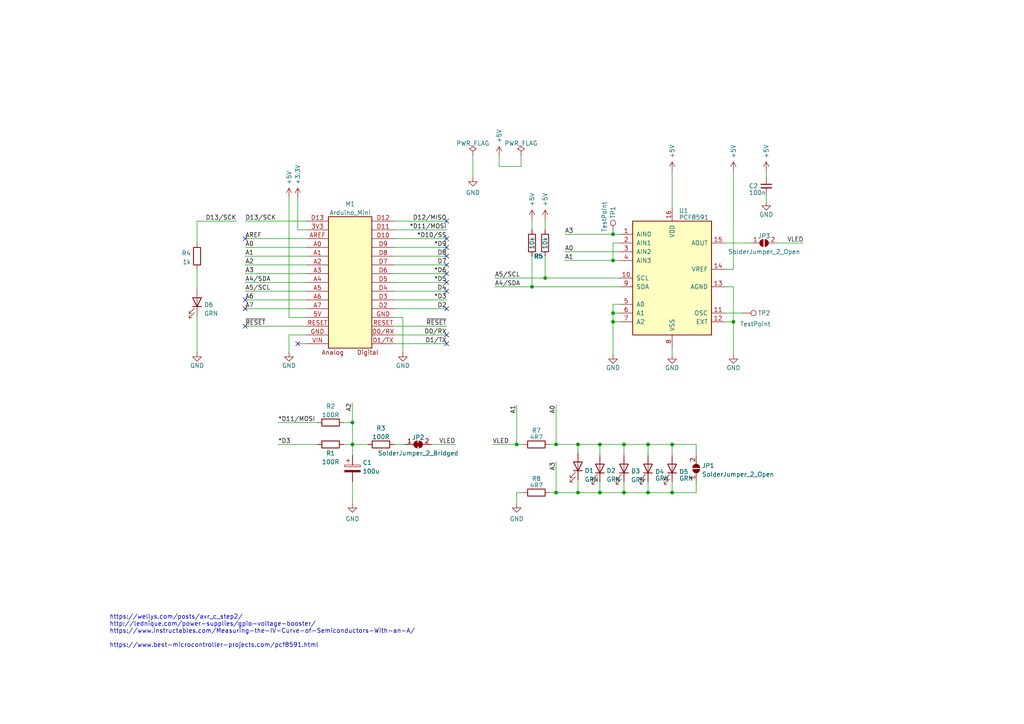
<source format=kicad_sch>
(kicad_sch (version 20230121) (generator eeschema)
  (paper "A4")
  (title_block (date "May 4, 2023") (rev "1.0e"))
  (lib_symbols
    (symbol "Connector:TestPoint" (pin_numbers hide) (pin_names (offset 0.762) hide)
      (property "Reference" "TP" (at 0 6.858 0))
      (property "Value" "TestPoint" (at 0 5.08 0))
      (symbol "TestPoint_0_1"
        (circle (center 0 3.302) (radius 0.762))
      )
      (symbol "TestPoint_1_1"
        (pin passive line (at 0 0 90) (length 2.54) (name "1") (number "1"))
      )
    )
    (symbol "Device:C_Polarized" (pin_numbers hide) (pin_names (offset 0.254))
      (property "Reference" "C" (at 0.635 2.54 0))
      (property "Value" "C_Polarized" (at 0.635 -2.54 0))
      (symbol "C_Polarized_0_1"
        (rectangle (start -2.286 0.508) (end 2.286 1.016))
        (polyline (pts (xy -1.778 2.286) (xy -0.762 2.286)))
        (polyline (pts (xy -1.27 2.794) (xy -1.27 1.778)))
        (rectangle (start 2.286 -0.508) (end -2.286 -1.016) (fill (type outline)))
      )
      (symbol "C_Polarized_1_1"
        (pin passive line (at 0 3.81 270) (length 2.794) (name "~") (number "1"))
        (pin passive line (at 0 -3.81 90) (length 2.794) (name "~") (number "2"))
      )
    )
    (symbol "Device:C_Small" (pin_numbers hide) (pin_names (offset 0.254) hide)
      (property "Reference" "C" (at 0.254 1.778 0))
      (property "Value" "C_Small" (at 0.254 -2.032 0))
      (symbol "C_Small_0_1"
        (polyline (pts (xy -1.524 -0.508) (xy 1.524 -0.508)) (stroke (width 0.3302)))
        (polyline (pts (xy -1.524 0.508) (xy 1.524 0.508)) (stroke (width 0.3048)))
      )
      (symbol "C_Small_1_1"
        (pin passive line (at 0 2.54 270) (length 2.032) (name "~") (number "1"))
        (pin passive line (at 0 -2.54 90) (length 2.032) (name "~") (number "2"))
      )
    )
    (symbol "Device:LED" (pin_numbers hide) (pin_names (offset 1.016) hide)
      (property "Reference" "D" (at 0 2.54 0))
      (property "Value" "LED" (at 0 -2.54 0))
      (symbol "LED_0_1"
        (polyline (pts (xy -1.27 -1.27) (xy -1.27 1.27)) (stroke (width 0.254)))
        (polyline (pts (xy -1.27 0) (xy 1.27 0)))
        (polyline (pts (xy 1.27 -1.27) (xy 1.27 1.27) (xy -1.27 0) (xy 1.27 -1.27)) (stroke (width 0.254)))
        (polyline (pts (xy -3.048 -0.762) (xy -4.572 -2.286) (xy -3.81 -2.286) (xy -4.572 -2.286) (xy -4.572 -1.524)))
        (polyline (pts (xy -1.778 -0.762) (xy -3.302 -2.286) (xy -2.54 -2.286) (xy -3.302 -2.286) (xy -3.302 -1.524)))
      )
      (symbol "LED_1_1"
        (pin passive line (at -3.81 0 0) (length 2.54) (name "K") (number "1"))
        (pin passive line (at 3.81 0 180) (length 2.54) (name "A") (number "2"))
      )
    )
    (symbol "Device:R" (pin_numbers hide) (pin_names (offset 0))
      (property "Reference" "R" (at 2.032 0 90))
      (property "Value" "R" (at 0 0 90))
      (symbol "R_0_1"
        (rectangle (start -1.016 -2.54) (end 1.016 2.54) (stroke (width 0.254)))
      )
      (symbol "R_1_1"
        (pin passive line (at 0 3.81 270) (length 1.27) (name "~") (number "1"))
        (pin passive line (at 0 -3.81 90) (length 1.27) (name "~") (number "2"))
      )
    )
    (symbol "Interface_Expansion:PCF8591" (pin_names (offset 1.016))
      (property "Reference" "U" (at -11.43 17.78 0))
      (property "Value" "PCF8591" (at 3.81 17.78 0))
      (symbol "PCF8591_0_1"
        (rectangle (start -11.43 -16.51) (end 11.43 16.51) (stroke (width 0.254)) (fill (type background)))
      )
      (symbol "PCF8591_1_1"
        (pin passive line (at -15.24 12.7 0) (length 3.81) (name "AIN0") (number "1"))
        (pin input line (at -15.24 0 0) (length 3.81) (name "SCL") (number "10"))
        (pin bidirectional line (at 15.24 -10.16 180) (length 3.81) (name "OSC") (number "11"))
        (pin input line (at 15.24 -12.7 180) (length 3.81) (name "EXT") (number "12"))
        (pin power_out line (at 15.24 -2.54 180) (length 3.81) (name "AGND") (number "13"))
        (pin passive line (at 15.24 2.54 180) (length 3.81) (name "VREF") (number "14"))
        (pin passive line (at 15.24 10.16 180) (length 3.81) (name "AOUT") (number "15"))
        (pin power_in line (at 0 20.32 270) (length 3.81) (name "VDD") (number "16"))
        (pin passive line (at -15.24 10.16 0) (length 3.81) (name "AIN1") (number "2"))
        (pin passive line (at -15.24 7.62 0) (length 3.81) (name "AIN2") (number "3"))
        (pin passive line (at -15.24 5.08 0) (length 3.81) (name "AIN3") (number "4"))
        (pin input line (at -15.24 -7.62 0) (length 3.81) (name "A0") (number "5"))
        (pin input line (at -15.24 -10.16 0) (length 3.81) (name "A1") (number "6"))
        (pin input line (at -15.24 -12.7 0) (length 3.81) (name "A2") (number "7"))
        (pin power_in line (at 0 -20.32 90) (length 3.81) (name "VSS") (number "8"))
        (pin bidirectional line (at -15.24 -2.54 0) (length 3.81) (name "SDA") (number "9"))
      )
    )
    (symbol "Jumper:SolderJumper_2_Bridged" (pin_names (offset 0) hide)
      (property "Reference" "JP" (at 0 2.032 0))
      (property "Value" "SolderJumper_2_Bridged" (at 0 -2.54 0))
      (symbol "SolderJumper_2_Bridged_0_1"
        (rectangle (start -0.508 0.508) (end 0.508 -0.508) (fill (type outline)))
        (arc (start -0.254 1.016) (mid -1.2656 0) (end -0.254 -1.016))
        (arc (start -0.254 1.016) (mid -1.2656 0) (end -0.254 -1.016) (fill (type outline)))
        (polyline (pts (xy -0.254 1.016) (xy -0.254 -1.016)))
        (polyline (pts (xy 0.254 1.016) (xy 0.254 -1.016)))
        (arc (start 0.254 -1.016) (mid 1.2656 0) (end 0.254 1.016))
        (arc (start 0.254 -1.016) (mid 1.2656 0) (end 0.254 1.016) (fill (type outline)))
      )
      (symbol "SolderJumper_2_Bridged_1_1"
        (pin passive line (at -3.81 0 0) (length 2.54) (name "A") (number "1"))
        (pin passive line (at 3.81 0 180) (length 2.54) (name "B") (number "2"))
      )
    )
    (symbol "Jumper:SolderJumper_2_Open" (pin_names (offset 0) hide)
      (property "Reference" "JP" (at 0 2.032 0))
      (property "Value" "SolderJumper_2_Open" (at 0 -2.54 0))
      (symbol "SolderJumper_2_Open_0_1"
        (arc (start -0.254 1.016) (mid -1.2656 0) (end -0.254 -1.016))
        (arc (start -0.254 1.016) (mid -1.2656 0) (end -0.254 -1.016) (fill (type outline)))
        (polyline (pts (xy -0.254 1.016) (xy -0.254 -1.016)))
        (polyline (pts (xy 0.254 1.016) (xy 0.254 -1.016)))
        (arc (start 0.254 -1.016) (mid 1.2656 0) (end 0.254 1.016))
        (arc (start 0.254 -1.016) (mid 1.2656 0) (end 0.254 1.016) (fill (type outline)))
      )
      (symbol "SolderJumper_2_Open_1_1"
        (pin passive line (at -3.81 0 0) (length 2.54) (name "A") (number "1"))
        (pin passive line (at 3.81 0 180) (length 2.54) (name "B") (number "2"))
      )
    )
    (symbol "aalib:Arduino_Mini" (pin_names (offset 1.016) hide)
      (property "Reference" "M" (at 0 -20.32 0))
      (property "Value" "Arduino_Mini" (at 0 20.32 0))
      (symbol "Arduino_Mini_0_0"
        (text "Analog" (at -5.08 -20.32 0) (effects (font (size 1.27 1.27))))
        (text "Digital" (at 5.08 -20.32 0) (effects (font (size 1.27 1.27))))
      )
      (symbol "Arduino_Mini_1_1"
        (rectangle (start -6.35 19.05) (end 6.25 -19.05) (stroke (width 0.254)) (fill (type background)))
        (pin passive line (at -12.7 15.24 0) (length 6.35) (name "3V3") (number "3V3"))
        (pin passive line (at -12.7 -10.16 0) (length 6.35) (name "5V") (number "5V"))
        (pin passive line (at -12.7 10.16 0) (length 6.35) (name "A0") (number "A0"))
        (pin passive line (at -12.7 7.62 0) (length 6.35) (name "A1") (number "A1"))
        (pin passive line (at -12.7 5.08 0) (length 6.35) (name "A2") (number "A2"))
        (pin passive line (at -12.7 2.54 0) (length 6.35) (name "A3") (number "A3"))
        (pin passive line (at -12.7 0 0) (length 6.35) (name "A4") (number "A4"))
        (pin passive line (at -12.7 -2.54 0) (length 6.35) (name "A5") (number "A5"))
        (pin passive line (at -12.7 -5.08 0) (length 6.35) (name "A6") (number "A6"))
        (pin passive line (at -12.7 -7.62 0) (length 6.35) (name "A7") (number "A7"))
        (pin passive line (at -12.7 12.7 0) (length 6.35) (name "AREF") (number "AREF"))
        (pin passive line (at 12.7 -15.24 180) (length 6.35) (name "D0/RX") (number "D0/RX"))
        (pin passive line (at 12.7 -17.78 180) (length 6.35) (name "D1/TX") (number "D1/TX"))
        (pin passive line (at 12.7 12.7 180) (length 6.35) (name "D10") (number "D10"))
        (pin passive line (at 12.7 15.24 180) (length 6.35) (name "D11") (number "D11"))
        (pin passive line (at 12.7 17.78 180) (length 6.35) (name "D12") (number "D12"))
        (pin passive line (at -12.7 17.78 0) (length 6.35) (name "D13") (number "D13"))
        (pin passive line (at 12.7 -7.62 180) (length 6.35) (name "D2") (number "D2"))
        (pin passive line (at 12.7 -5.08 180) (length 6.35) (name "D3") (number "D3"))
        (pin passive line (at 12.7 -2.54 180) (length 6.35) (name "D4") (number "D4"))
        (pin passive line (at 12.7 0 180) (length 6.35) (name "D5") (number "D5"))
        (pin passive line (at 12.7 2.54 180) (length 6.35) (name "D6") (number "D6"))
        (pin passive line (at 12.7 5.08 180) (length 6.35) (name "D7") (number "D7"))
        (pin passive line (at 12.7 7.62 180) (length 6.35) (name "D8") (number "D8"))
        (pin passive line (at 12.7 10.16 180) (length 6.35) (name "D9") (number "D9"))
        (pin passive line (at -12.7 -15.24 0) (length 6.35) (name "GND") (number "GND"))
        (pin power_out line (at 12.7 -10.16 180) (length 6.35) (name "GND") (number "GND"))
        (pin passive line (at -12.7 -12.7 0) (length 6.35) (name "RESET") (number "RESET"))
        (pin passive line (at 12.7 -12.7 180) (length 6.35) (name "RESET") (number "RESET"))
        (pin passive line (at -12.7 -17.78 0) (length 6.35) (name "VIN") (number "VIN"))
      )
    )
    (symbol "power:+3.3V" (power) (pin_names (offset 0))
      (property "Value" "+3.3V" (at 0 3.556 0))
      (symbol "+3.3V_0_1"
        (polyline (pts (xy -0.762 1.27) (xy 0 2.54)))
        (polyline (pts (xy 0 0) (xy 0 2.54)))
        (polyline (pts (xy 0 2.54) (xy 0.762 1.27)))
      )
      (symbol "+3.3V_1_1"
        (pin power_in line (at 0 0 90) (length 0) hide (name "+3.3V") (number "1"))
      )
    )
    (symbol "power:+5V" (power) (pin_names (offset 0))
      (property "Value" "+5V" (at 0 3.556 0))
      (symbol "+5V_0_1"
        (polyline (pts (xy -0.762 1.27) (xy 0 2.54)))
        (polyline (pts (xy 0 0) (xy 0 2.54)))
        (polyline (pts (xy 0 2.54) (xy 0.762 1.27)))
      )
      (symbol "+5V_1_1"
        (pin power_in line (at 0 0 90) (length 0) hide (name "+5V") (number "1"))
      )
    )
    (symbol "power:GND" (power) (pin_names (offset 0))
      (property "Value" "GND" (at 0 -3.81 0))
      (symbol "GND_0_1"
        (polyline (pts (xy 0 0) (xy 0 -1.27) (xy 1.27 -1.27) (xy 0 -2.54) (xy -1.27 -1.27) (xy 0 -1.27)))
      )
      (symbol "GND_1_1"
        (pin power_in line (at 0 0 270) (length 0) hide (name "GND") (number "1"))
      )
    )
    (symbol "power:PWR_FLAG" (power) (pin_numbers hide) (pin_names (offset 0) hide)
      (property "Value" "PWR_FLAG" (at 0 3.81 0))
      (symbol "PWR_FLAG_0_0"
        (pin power_out line (at 0 0 90) (length 0) (name "pwr") (number "1"))
      )
      (symbol "PWR_FLAG_0_1"
        (polyline (pts (xy 0 0) (xy 0 1.27) (xy -1.016 1.905) (xy 0 2.54) (xy 1.016 1.905) (xy 0 1.27)))
      )
    )
  )
  (junction (at 154.305 83.185))
  (junction (at 194.945 128.905))
  (junction (at 177.8 75.565))
  (junction (at 180.975 128.905))
  (junction (at 158.115 80.645))
  (junction (at 187.96 142.875))
  (junction (at 177.8 90.805))
  (junction (at 102.235 128.905))
  (junction (at 161.29 128.905))
  (junction (at 187.96 128.905))
  (junction (at 180.975 142.875))
  (junction (at 177.8 67.945))
  (junction (at 194.945 142.875))
  (junction (at 167.64 142.875))
  (junction (at 167.64 128.905))
  (junction (at 149.86 128.905))
  (junction (at 161.29 142.875))
  (junction (at 102.235 122.555))
  (junction (at 173.99 128.905))
  (junction (at 173.99 142.875))
  (junction (at 212.725 93.345))
  (junction (at 177.8 93.345))
  (no_connect (at 129.54 84.455))
  (no_connect (at 86.36 99.695))
  (no_connect (at 129.54 99.695))
  (no_connect (at 129.54 97.155))
  (no_connect (at 71.12 89.535))
  (no_connect (at 71.12 86.995))
  (no_connect (at 129.54 71.755))
  (no_connect (at 129.54 69.215))
  (no_connect (at 129.54 81.915))
  (no_connect (at 129.54 79.375))
  (no_connect (at 71.12 69.215))
  (no_connect (at 129.54 64.135))
  (no_connect (at 129.54 89.535))
  (no_connect (at 129.54 74.295))
  (no_connect (at 71.12 94.615))
  (no_connect (at 129.54 76.835))
  (wire (pts (xy 114.3 97.155) (xy 129.54 97.155)))
  (wire (pts (xy 88.9 66.675) (xy 86.36 66.675)))
  (wire (pts (xy 177.8 70.485) (xy 177.8 75.565)))
  (wire (pts (xy 57.15 64.135) (xy 57.15 70.485)))
  (wire (pts (xy 194.945 49.53) (xy 194.945 60.325)))
  (wire (pts (xy 149.86 128.905) (xy 151.765 128.905)))
  (wire (pts (xy 102.235 122.555) (xy 102.235 128.905)))
  (wire (pts (xy 180.975 142.875) (xy 187.96 142.875)))
  (wire (pts (xy 102.235 139.7) (xy 102.235 146.05)))
  (wire (pts (xy 102.235 128.905) (xy 102.235 132.08)))
  (wire (pts (xy 71.12 76.835) (xy 88.9 76.835)))
  (wire (pts (xy 71.12 81.915) (xy 88.9 81.915)))
  (wire (pts (xy 114.3 74.295) (xy 129.54 74.295)))
  (wire (pts (xy 83.82 57.15) (xy 83.82 92.075)))
  (wire (pts (xy 88.9 92.075) (xy 83.82 92.075)))
  (wire (pts (xy 194.945 142.875) (xy 201.93 142.875)))
  (wire (pts (xy 106.68 128.905) (xy 102.235 128.905)))
  (wire (pts (xy 187.96 142.875) (xy 187.96 139.7)))
  (wire (pts (xy 177.8 93.345) (xy 177.8 102.87)))
  (wire (pts (xy 154.305 63.5) (xy 154.305 66.675)))
  (wire (pts (xy 149.86 142.875) (xy 151.765 142.875)))
  (wire (pts (xy 179.705 88.265) (xy 177.8 88.265)))
  (wire (pts (xy 71.12 79.375) (xy 88.9 79.375)))
  (wire (pts (xy 114.3 69.215) (xy 129.54 69.215)))
  (wire (pts (xy 212.725 93.345) (xy 212.725 102.87)))
  (wire (pts (xy 194.945 128.905) (xy 194.945 132.08)))
  (wire (pts (xy 210.185 83.185) (xy 212.725 83.185)))
  (wire (pts (xy 225.425 70.485) (xy 233.045 70.485)))
  (wire (pts (xy 210.185 90.805) (xy 215.265 90.805)))
  (wire (pts (xy 57.15 78.105) (xy 57.15 83.82)))
  (wire (pts (xy 137.16 45.085) (xy 137.16 51.435)))
  (wire (pts (xy 161.29 133.985) (xy 161.29 142.875)))
  (wire (pts (xy 161.29 117.475) (xy 161.29 128.905)))
  (wire (pts (xy 80.645 122.555) (xy 92.075 122.555)))
  (wire (pts (xy 143.51 80.645) (xy 158.115 80.645)))
  (wire (pts (xy 187.96 128.905) (xy 187.96 132.08)))
  (wire (pts (xy 177.8 75.565) (xy 179.705 75.565)))
  (wire (pts (xy 114.3 76.835) (xy 129.54 76.835)))
  (wire (pts (xy 167.64 142.875) (xy 167.64 139.065)))
  (wire (pts (xy 177.8 67.945) (xy 179.705 67.945)))
  (wire (pts (xy 158.115 63.5) (xy 158.115 66.675)))
  (wire (pts (xy 173.99 128.905) (xy 173.99 132.08)))
  (wire (pts (xy 173.99 128.905) (xy 180.975 128.905)))
  (wire (pts (xy 210.185 70.485) (xy 217.805 70.485)))
  (wire (pts (xy 125.095 128.905) (xy 132.08 128.905)))
  (wire (pts (xy 194.945 142.875) (xy 194.945 139.7)))
  (wire (pts (xy 149.86 117.475) (xy 149.86 128.905)))
  (wire (pts (xy 114.3 89.535) (xy 129.54 89.535)))
  (wire (pts (xy 57.15 91.44) (xy 57.15 102.235)))
  (wire (pts (xy 173.99 142.875) (xy 180.975 142.875)))
  (wire (pts (xy 167.64 128.905) (xy 173.99 128.905)))
  (wire (pts (xy 99.695 122.555) (xy 102.235 122.555)))
  (wire (pts (xy 158.115 80.645) (xy 158.115 74.295)))
  (wire (pts (xy 163.83 67.945) (xy 177.8 67.945)))
  (wire (pts (xy 154.305 74.295) (xy 154.305 83.185)))
  (wire (pts (xy 180.975 142.875) (xy 180.975 139.7)))
  (wire (pts (xy 163.83 75.565) (xy 177.8 75.565)))
  (wire (pts (xy 71.12 69.215) (xy 88.9 69.215)))
  (wire (pts (xy 102.235 116.84) (xy 102.235 122.555)))
  (wire (pts (xy 114.3 81.915) (xy 129.54 81.915)))
  (wire (pts (xy 86.36 57.15) (xy 86.36 66.675)))
  (wire (pts (xy 114.3 92.075) (xy 116.84 92.075)))
  (wire (pts (xy 154.305 83.185) (xy 179.705 83.185)))
  (wire (pts (xy 177.8 93.345) (xy 179.705 93.345)))
  (wire (pts (xy 142.875 128.905) (xy 149.86 128.905)))
  (wire (pts (xy 114.3 64.135) (xy 129.54 64.135)))
  (wire (pts (xy 88.9 99.695) (xy 86.36 99.695)))
  (wire (pts (xy 222.25 49.53) (xy 222.25 51.435)))
  (wire (pts (xy 210.185 93.345) (xy 212.725 93.345)))
  (wire (pts (xy 194.945 128.905) (xy 201.93 128.905)))
  (wire (pts (xy 71.12 94.615) (xy 88.9 94.615)))
  (wire (pts (xy 180.975 128.905) (xy 187.96 128.905)))
  (wire (pts (xy 114.3 79.375) (xy 129.54 79.375)))
  (wire (pts (xy 114.3 84.455) (xy 129.54 84.455)))
  (wire (pts (xy 161.29 128.905) (xy 167.64 128.905)))
  (wire (pts (xy 71.12 71.755) (xy 88.9 71.755)))
  (wire (pts (xy 201.93 142.875) (xy 201.93 139.7)))
  (wire (pts (xy 144.78 45.085) (xy 144.78 48.26)))
  (wire (pts (xy 187.96 142.875) (xy 194.945 142.875)))
  (wire (pts (xy 163.83 73.025) (xy 179.705 73.025)))
  (wire (pts (xy 143.51 83.185) (xy 154.305 83.185)))
  (wire (pts (xy 167.64 142.875) (xy 173.99 142.875)))
  (wire (pts (xy 71.12 64.135) (xy 88.9 64.135)))
  (wire (pts (xy 114.3 128.905) (xy 117.475 128.905)))
  (wire (pts (xy 114.3 86.995) (xy 129.54 86.995)))
  (wire (pts (xy 180.975 128.905) (xy 180.975 132.08)))
  (wire (pts (xy 177.8 88.265) (xy 177.8 90.805)))
  (wire (pts (xy 144.78 48.26) (xy 151.13 48.26)))
  (wire (pts (xy 194.945 100.965) (xy 194.945 102.87)))
  (wire (pts (xy 71.12 89.535) (xy 88.9 89.535)))
  (wire (pts (xy 71.12 84.455) (xy 88.9 84.455)))
  (wire (pts (xy 114.3 71.755) (xy 129.54 71.755)))
  (wire (pts (xy 177.8 70.485) (xy 179.705 70.485)))
  (wire (pts (xy 114.3 94.615) (xy 129.54 94.615)))
  (wire (pts (xy 57.15 64.135) (xy 68.58 64.135)))
  (wire (pts (xy 210.185 78.105) (xy 212.725 78.105)))
  (wire (pts (xy 116.84 92.075) (xy 116.84 102.235)))
  (wire (pts (xy 179.705 80.645) (xy 158.115 80.645)))
  (wire (pts (xy 149.86 142.875) (xy 149.86 146.05)))
  (wire (pts (xy 114.3 99.695) (xy 129.54 99.695)))
  (wire (pts (xy 80.645 128.905) (xy 92.075 128.905)))
  (wire (pts (xy 159.385 128.905) (xy 161.29 128.905)))
  (wire (pts (xy 161.29 142.875) (xy 167.64 142.875)))
  (wire (pts (xy 177.8 90.805) (xy 177.8 93.345)))
  (wire (pts (xy 71.12 86.995) (xy 88.9 86.995)))
  (wire (pts (xy 159.385 142.875) (xy 161.29 142.875)))
  (wire (pts (xy 201.93 128.905) (xy 201.93 132.08)))
  (wire (pts (xy 222.25 56.515) (xy 222.25 58.42)))
  (wire (pts (xy 167.64 128.905) (xy 167.64 131.445)))
  (wire (pts (xy 212.725 83.185) (xy 212.725 93.345)))
  (wire (pts (xy 173.99 142.875) (xy 173.99 139.7)))
  (wire (pts (xy 99.695 128.905) (xy 102.235 128.905)))
  (wire (pts (xy 83.82 97.155) (xy 83.82 102.235)))
  (wire (pts (xy 88.9 97.155) (xy 83.82 97.155)))
  (wire (pts (xy 71.12 74.295) (xy 88.9 74.295)))
  (wire (pts (xy 212.725 78.105) (xy 212.725 49.53)))
  (wire (pts (xy 151.13 48.26) (xy 151.13 45.085)))
  (wire (pts (xy 187.96 128.905) (xy 194.945 128.905)))
  (wire (pts (xy 114.3 66.675) (xy 129.54 66.675)))
  (wire (pts (xy 177.8 90.805) (xy 179.705 90.805)))
  (text "https://wellys.com/posts/avr_c_step2/\nhttp://lednique.com/power-supplies/gpio-voltage-booster/\nhttps://www.instructables.com/Measuring-the-IV-Curve-of-Semiconductors-With-an-A/\n\nhttps://www.best-microcontroller-projects.com/pcf8591.html\n" (at 31.75 187.96 0) (effects (font (size 1.27 1.27)) (justify left bottom)))
  (label "D4" (at 129.54 84.455 180))
  (label "*D11{slash}MOSI" (at 80.645 122.555 0))
  (label "VLED" (at 132.08 128.905 180))
  (label "A3" (at 163.83 67.945 0))
  (label "*D5" (at 129.54 81.915 180))
  (label "A2" (at 71.12 76.835 0))
  (label "D13{slash}SCK" (at 68.58 64.135 180))
  (label "D7" (at 129.54 76.835 180))
  (label "*D3" (at 80.645 128.905 0))
  (label "D13{slash}SCK" (at 71.12 64.135 0))
  (label "A7" (at 71.12 89.535 0))
  (label "*D6" (at 129.54 79.375 180))
  (label "*D11{slash}MOSI" (at 129.54 66.675 180))
  (label "A1" (at 71.12 74.295 0))
  (label "VLED" (at 142.875 128.905 0))
  (label "A1" (at 163.83 75.565 0))
  (label "A4{slash}SDA" (at 71.12 81.915 0))
  (label "A1" (at 149.86 117.475 270))
  (label "A5{slash}SCL" (at 71.12 84.455 0))
  (label "A3" (at 71.12 79.375 0))
  (label "~{RESET}" (at 129.54 94.615 180))
  (label "~{RESET}" (at 71.12 94.615 0))
  (label "A6" (at 71.12 86.995 0))
  (label "A0" (at 71.12 71.755 0))
  (label "A5{slash}SCL" (at 143.51 80.645 0))
  (label "A3" (at 161.29 133.985 270))
  (label "A0" (at 163.83 73.025 0))
  (label "*D9" (at 129.54 71.755 180))
  (label "A4{slash}SDA" (at 143.51 83.185 0))
  (label "*D3" (at 129.54 86.995 180))
  (label "D2" (at 129.54 89.535 180))
  (label "A0" (at 161.29 117.475 270))
  (label "D8" (at 129.54 74.295 180))
  (label "D1{slash}TX" (at 129.54 99.695 180))
  (label "A2" (at 102.235 116.84 270))
  (label "D0{slash}RX" (at 129.54 97.155 180))
  (label "VLED" (at 233.045 70.485 180))
  (label "AREF" (at 71.12 69.215 0))
  (label "*D10{slash}SS" (at 129.54 69.215 180))
  (label "D12{slash}MISO" (at 129.54 64.135 180))
  (symbol (lib_id "power:PWR_FLAG") (at 151.13 45.085 0) (unit 1)
    (property "Reference" "#FLG02" (effects hide))
    (property "Value" "PWR_FLAG" (at 151.13 41.5831 0))
  )
  (symbol (lib_id "Device:R") (at 57.15 74.295 0) (mirror x) (unit 1)
    (property "Reference" "R4" (at 55.372 73.4603 0) (effects (justify right)))
    (property "Value" "1k" (at 55.372 75.9972 0) (effects (justify right)))
    (property "Footprint" "Resistor_SMD:R_0805_2012Metric_Pad1.20x1.40mm_HandSolder" (effects hide))
  )
  (symbol (lib_id "Device:LED") (at 180.975 135.89 270) (mirror x) (unit 1)
    (property "Reference" "D3" (at 183.007 136.6428 90) (effects (justify left)))
    (property "Value" "GRN" (at 183.007 139.1797 90) (effects (justify left)))
    (property "Footprint" "LED_SMD:LED_1206_3216Metric_Pad1.42x1.75mm_HandSolder" (effects hide))
  )
  (symbol (lib_id "power:+5V") (at 144.78 45.085 0) (unit 1)
    (property "Reference" "#PWR015" (effects hide))
    (property "Value" "+5V" (at 144.78 41.529 90) (effects (justify left)))
  )
  (symbol (lib_id "Device:LED") (at 194.945 135.89 270) (mirror x) (unit 1)
    (property "Reference" "D5" (at 196.977 136.8338 90) (effects (justify left)))
    (property "Value" "GRN" (at 196.977 138.7548 90) (effects (justify left)))
    (property "Footprint" "aalib:LED_D5.0mm" (effects hide))
  )
  (symbol (lib_id "Device:R") (at 155.575 142.875 270) (unit 1)
    (property "Reference" "R8" (at 155.575 138.8491 90))
    (property "Value" "4R7" (at 155.575 140.7701 90))
    (property "Footprint" "Resistor_SMD:R_0805_2012Metric_Pad1.20x1.40mm_HandSolder" (effects hide))
  )
  (symbol (lib_id "Jumper:SolderJumper_2_Open") (at 221.615 70.485 0) (unit 1)
    (property "Reference" "JP3" (at 221.615 68.453 0))
    (property "Value" "SolderJumper_2_Open" (at 221.615 73.025 0))
    (property "Footprint" "Jumper:SolderJumper-2_P1.3mm_Open_Pad1.0x1.5mm" (effects hide))
  )
  (symbol (lib_id "power:PWR_FLAG") (at 137.16 45.085 0) (unit 1)
    (property "Reference" "#FLG01" (effects hide))
    (property "Value" "PWR_FLAG" (at 137.16 41.5831 0))
  )
  (symbol (lib_id "Interface_Expansion:PCF8591") (at 194.945 80.645 0) (unit 1)
    (property "Reference" "U1" (at 196.9009 61.1251 0) (effects (justify left)))
    (property "Value" "PCF8591" (at 196.9009 63.0461 0) (effects (justify left)))
    (property "Footprint" "Package_SO:SOIC-16W_7.5x10.3mm_P1.27mm" (effects hide))
    (property "Datasheet" "https://www.nxp.com/docs/en/data-sheet/PCF8591.pdf" (effects hide))
  )
  (symbol (lib_id "Device:LED") (at 173.99 135.89 270) (mirror x) (unit 1)
    (property "Reference" "D2" (at 175.895 136.5281 90) (effects (justify left)))
    (property "Value" "GRN" (at 175.895 139.065 90) (effects (justify left)))
    (property "Footprint" "LED_SMD:LED_0805_2012Metric_Pad1.15x1.40mm_HandSolder" (effects hide))
  )
  (symbol (lib_id "Connector:TestPoint") (at 215.265 90.805 270) (unit 1)
    (property "Reference" "TP2" (at 221.615 90.805 90))
    (property "Value" "TestPoint" (at 219.075 93.98 90))
    (property "Footprint" "TestPoint:TestPoint_Pad_1.5x1.5mm" (effects hide))
  )
  (symbol (lib_id "Device:R") (at 110.49 128.905 270) (unit 1)
    (property "Reference" "R3" (at 110.49 124.1892 90))
    (property "Value" "100R" (at 110.49 126.7261 90))
    (property "Footprint" "Resistor_SMD:R_0805_2012Metric_Pad1.20x1.40mm_HandSolder" (effects hide))
  )
  (symbol (lib_id "power:+5V") (at 158.115 63.5 0) (unit 1)
    (property "Reference" "#PWR07" (effects hide))
    (property "Value" "+5V" (at 158.115 59.944 90) (effects (justify left)))
  )
  (symbol (lib_id "Device:R") (at 155.575 128.905 270) (unit 1)
    (property "Reference" "R7" (at 155.575 124.8791 90))
    (property "Value" "4R7" (at 155.575 126.8001 90))
    (property "Footprint" "Resistor_SMD:R_0805_2012Metric_Pad1.20x1.40mm_HandSolder" (effects hide))
  )
  (symbol (lib_id "power:+5V") (at 83.82 57.15 0) (unit 1)
    (property "Reference" "#PWR0102" (effects hide))
    (property "Value" "+5V" (at 83.82 53.594 90) (effects (justify left)))
  )
  (symbol (lib_id "Device:R") (at 154.305 70.485 0) (unit 1)
    (property "Reference" "R5" (at 154.94 74.295 0) (effects (justify left)))
    (property "Value" "10k" (at 154.305 72.39 90) (effects (justify left)))
    (property "Footprint" "Resistor_SMD:R_0805_2012Metric_Pad1.20x1.40mm_HandSolder" (effects hide))
  )
  (symbol (lib_id "power:GND") (at 212.725 102.87 0) (unit 1)
    (property "Reference" "#PWR012" (effects hide))
    (property "Value" "GND" (at 212.725 106.68 0))
  )
  (symbol (lib_id "power:+3.3V") (at 86.36 57.15 0) (unit 1)
    (property "Reference" "#PWR09" (effects hide))
    (property "Value" "+3.3V" (at 86.36 53.594 90) (effects (justify left)))
  )
  (symbol (lib_id "Device:R") (at 158.115 70.485 0) (mirror y) (unit 1)
    (property "Reference" "R6" (at 157.48 74.295 0) (effects (justify left)))
    (property "Value" "10k" (at 158.115 72.39 90) (effects (justify left)))
    (property "Footprint" "Resistor_SMD:R_0805_2012Metric_Pad1.20x1.40mm_HandSolder" (effects hide))
  )
  (symbol (lib_id "power:+5V") (at 222.25 49.53 0) (unit 1)
    (property "Reference" "#PWR017" (effects hide))
    (property "Value" "+5V" (at 222.25 45.974 90) (effects (justify left)))
  )
  (symbol (lib_id "Device:LED") (at 167.64 135.255 270) (mirror x) (unit 1)
    (property "Reference" "D1" (at 169.545 136.5281 90) (effects (justify left)))
    (property "Value" "GRN" (at 169.545 139.065 90) (effects (justify left)))
    (property "Footprint" "LED_SMD:LED_0603_1608Metric_Pad1.05x0.95mm_HandSolder" (effects hide))
  )
  (symbol (lib_id "Device:R") (at 95.885 122.555 90) (mirror x) (unit 1)
    (property "Reference" "R2" (at 95.885 117.8392 90))
    (property "Value" "100R" (at 95.885 120.3761 90))
    (property "Footprint" "Resistor_SMD:R_0805_2012Metric_Pad1.20x1.40mm_HandSolder" (effects hide))
  )
  (symbol (lib_id "power:+5V") (at 154.305 63.5 0) (unit 1)
    (property "Reference" "#PWR02" (effects hide))
    (property "Value" "+5V" (at 154.305 59.944 90) (effects (justify left)))
  )
  (symbol (lib_id "power:GND") (at 177.8 102.87 0) (unit 1)
    (property "Reference" "#PWR04" (effects hide))
    (property "Value" "GND" (at 177.8 106.68 0))
  )
  (symbol (lib_id "Connector:TestPoint") (at 177.8 67.945 0) (unit 1)
    (property "Reference" "TP1" (at 177.8 61.595 90))
    (property "Value" "TestPoint" (at 175.26 62.865 90))
    (property "Footprint" "TestPoint:TestPoint_THTPad_D2.0mm_Drill1.0mm" (effects hide))
  )
  (symbol (lib_id "Device:LED") (at 187.96 135.89 270) (mirror x) (unit 1)
    (property "Reference" "D4" (at 189.992 136.8338 90) (effects (justify left)))
    (property "Value" "GRN" (at 189.992 138.7548 90) (effects (justify left)))
    (property "Footprint" "Connector_PinHeader_2.54mm:PinHeader_1x02_P2.54mm_Vertical" (effects hide))
  )
  (symbol (lib_id "power:GND") (at 116.84 102.235 0) (unit 1)
    (property "Reference" "#PWR08" (effects hide))
    (property "Value" "GND" (at 116.84 106.045 0))
  )
  (symbol (lib_id "power:+5V") (at 212.725 49.53 0) (unit 1)
    (property "Reference" "#PWR011" (effects hide))
    (property "Value" "+5V" (at 212.725 45.974 90) (effects (justify left)))
  )
  (symbol (lib_id "aalib:Arduino_Mini") (at 101.6 81.915 0) (unit 1)
    (property "Reference" "M1" (at 101.5546 59.1652 0))
    (property "Value" "Arduino_Mini" (at 101.5546 61.7021 0))
    (property "Footprint" "aalib:Arduino Mini" (effects hide))
  )
  (symbol (lib_id "power:GND") (at 137.16 51.435 0) (mirror y) (unit 1)
    (property "Reference" "#PWR014" (effects hide))
    (property "Value" "GND" (at 137.16 55.8784 0))
  )
  (symbol (lib_id "Device:LED") (at 57.15 87.63 270) (mirror x) (unit 1)
    (property "Reference" "D6" (at 59.182 88.3828 90) (effects (justify left)))
    (property "Value" "GRN" (at 59.182 90.9197 90) (effects (justify left)))
    (property "Footprint" "LED_SMD:LED_0805_2012Metric_Pad1.15x1.40mm_HandSolder" (effects hide))
  )
  (symbol (lib_id "Device:R") (at 95.885 128.905 90) (mirror x) (unit 1)
    (property "Reference" "R1" (at 95.885 131.4481 90))
    (property "Value" "100R" (at 95.885 133.985 90))
    (property "Footprint" "Resistor_SMD:R_0805_2012Metric_Pad1.20x1.40mm_HandSolder" (effects hide))
  )
  (symbol (lib_id "power:GND") (at 194.945 102.87 0) (unit 1)
    (property "Reference" "#PWR06" (effects hide))
    (property "Value" "GND" (at 194.945 106.68 0))
  )
  (symbol (lib_id "Jumper:SolderJumper_2_Open") (at 201.93 135.89 90) (unit 1)
    (property "Reference" "JP1" (at 203.581 135.0553 90) (effects (justify right)))
    (property "Value" "SolderJumper_2_Open" (at 203.581 137.5922 90) (effects (justify right)))
    (property "Footprint" "aalib:TestPad" (effects hide))
  )
  (symbol (lib_id "power:GND") (at 102.235 146.05 0) (mirror y) (unit 1)
    (property "Reference" "#PWR01" (effects hide))
    (property "Value" "GND" (at 102.235 150.4934 0))
  )
  (symbol (lib_id "Jumper:SolderJumper_2_Bridged") (at 121.285 128.905 0) (unit 1)
    (property "Reference" "JP2" (at 121.285 126.873 0))
    (property "Value" "SolderJumper_2_Bridged" (at 121.285 131.445 0))
    (property "Footprint" "Jumper:SolderJumper-2_P1.3mm_Bridged_Pad1.0x1.5mm" (effects hide))
  )
  (symbol (lib_id "power:GND") (at 57.15 102.235 0) (unit 1)
    (property "Reference" "#PWR03" (effects hide))
    (property "Value" "GND" (at 57.15 106.045 0))
  )
  (symbol (lib_id "power:GND") (at 83.82 102.235 0) (unit 1)
    (property "Reference" "#PWR05" (effects hide))
    (property "Value" "GND" (at 83.82 106.045 0))
  )
  (symbol (lib_id "power:+5V") (at 194.945 49.53 0) (unit 1)
    (property "Reference" "#PWR010" (effects hide))
    (property "Value" "+5V" (at 194.945 45.974 90) (effects (justify left)))
  )
  (symbol (lib_id "power:GND") (at 149.86 146.05 0) (mirror y) (unit 1)
    (property "Reference" "#PWR013" (effects hide))
    (property "Value" "GND" (at 149.86 150.4934 0))
  )
  (symbol (lib_id "Device:C_Small") (at 222.25 53.975 0) (unit 1)
    (property "Reference" "C2" (at 217.17 53.959 0) (effects (justify left)))
    (property "Value" "100n" (at 217.17 55.88 0) (effects (justify left)))
    (property "Footprint" "Capacitor_SMD:C_0805_2012Metric_Pad1.18x1.45mm_HandSolder" (effects hide))
  )
  (symbol (lib_id "Device:C_Polarized") (at 102.235 135.89 0) (unit 1)
    (property "Reference" "C1" (at 105.156 134.1663 0) (effects (justify left)))
    (property "Value" "100u" (at 105.156 136.7032 0) (effects (justify left)))
    (property "Footprint" "Capacitor_THT:CP_Radial_D5.0mm_P2.00mm" (effects hide))
  )
  (symbol (lib_id "power:GND") (at 222.25 58.42 0) (unit 1)
    (property "Reference" "#PWR016" (effects hide))
    (property "Value" "GND" (at 222.25 62.23 0))
  )
)
</source>
